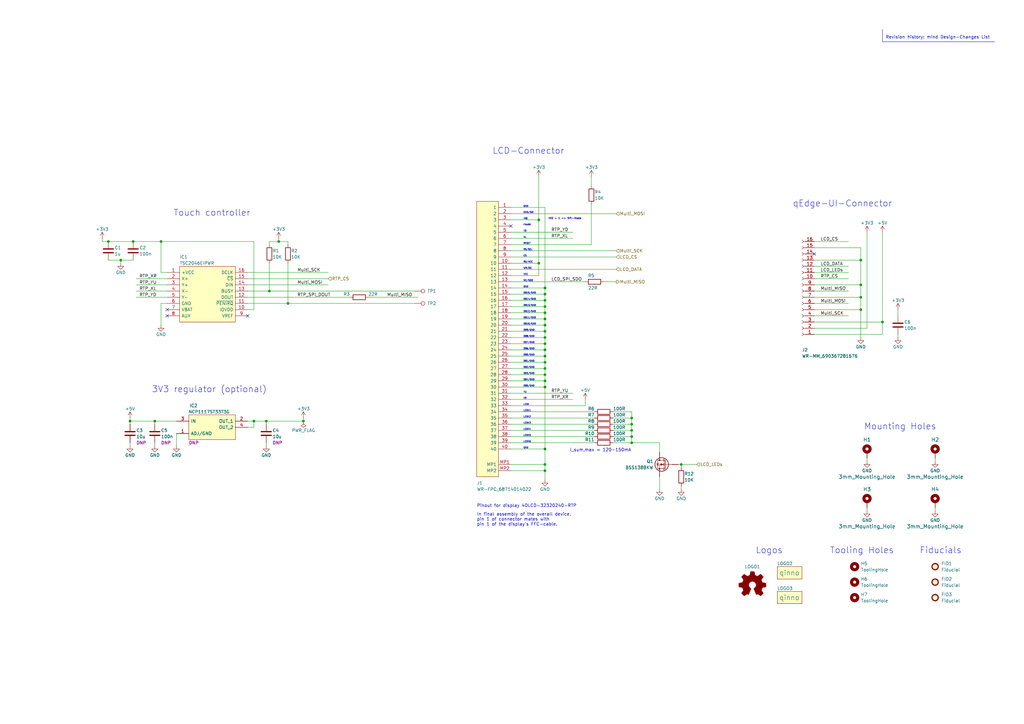
<source format=kicad_sch>
(kicad_sch (version 20211123) (generator eeschema)
  (paper "A3")
  (title_block (title "qEdge - LCD-Adapter") (date "08.12.2023") (rev "V1.0.0") (company "(C) 2023 qinno") (comment 1 "TZA") (comment 2 "03.02.2023") (comment 3 "CYA") (comment 4 "17.02.2023") (comment 5 "MSC") (comment 6 "-") (comment 7 "V1.0.0"))
  (lib_symbols
    (symbol "Connector:Conn_01x16_Female" (pin_names (offset 1.016) hide)
      (property "Reference" "J" (at 0 20.32 0))
      (property "Value" "Conn_01x16_Female" (at 0 -22.86 0))
      (symbol "Conn_01x16_Female_1_1"
        (arc (start 0 -19.812) (mid -0.508 -20.32) (end 0 -20.828) (stroke (width 0.1524)))
        (arc (start 0 -17.272) (mid -0.508 -17.78) (end 0 -18.288) (stroke (width 0.1524)))
        (arc (start 0 -14.732) (mid -0.508 -15.24) (end 0 -15.748) (stroke (width 0.1524)))
        (arc (start 0 -12.192) (mid -0.508 -12.7) (end 0 -13.208) (stroke (width 0.1524)))
        (arc (start 0 -9.652) (mid -0.508 -10.16) (end 0 -10.668) (stroke (width 0.1524)))
        (arc (start 0 -7.112) (mid -0.508 -7.62) (end 0 -8.128) (stroke (width 0.1524)))
        (arc (start 0 -4.572) (mid -0.508 -5.08) (end 0 -5.588) (stroke (width 0.1524)))
        (arc (start 0 -2.032) (mid -0.508 -2.54) (end 0 -3.048) (stroke (width 0.1524)))
        (polyline (pts (xy -1.27 -20.32) (xy -0.508 -20.32)) (stroke (width 0.1524)))
        (polyline (pts (xy -1.27 -17.78) (xy -0.508 -17.78)) (stroke (width 0.1524)))
        (polyline (pts (xy -1.27 -15.24) (xy -0.508 -15.24)) (stroke (width 0.1524)))
        (polyline (pts (xy -1.27 -12.7) (xy -0.508 -12.7)) (stroke (width 0.1524)))
        (polyline (pts (xy -1.27 -10.16) (xy -0.508 -10.16)) (stroke (width 0.1524)))
        (polyline (pts (xy -1.27 -7.62) (xy -0.508 -7.62)) (stroke (width 0.1524)))
        (polyline (pts (xy -1.27 -5.08) (xy -0.508 -5.08)) (stroke (width 0.1524)))
        (polyline (pts (xy -1.27 -2.54) (xy -0.508 -2.54)) (stroke (width 0.1524)))
        (polyline (pts (xy -1.27 0) (xy -0.508 0)) (stroke (width 0.1524)))
        (polyline (pts (xy -1.27 2.54) (xy -0.508 2.54)) (stroke (width 0.1524)))
        (polyline (pts (xy -1.27 5.08) (xy -0.508 5.08)) (stroke (width 0.1524)))
        (polyline (pts (xy -1.27 7.62) (xy -0.508 7.62)) (stroke (width 0.1524)))
        (polyline (pts (xy -1.27 10.16) (xy -0.508 10.16)) (stroke (width 0.1524)))
        (polyline (pts (xy -1.27 12.7) (xy -0.508 12.7)) (stroke (width 0.1524)))
        (polyline (pts (xy -1.27 15.24) (xy -0.508 15.24)) (stroke (width 0.1524)))
        (polyline (pts (xy -1.27 17.78) (xy -0.508 17.78)) (stroke (width 0.1524)))
        (arc (start 0 0.508) (mid -0.508 0) (end 0 -0.508) (stroke (width 0.1524)))
        (arc (start 0 3.048) (mid -0.508 2.54) (end 0 2.032) (stroke (width 0.1524)))
        (arc (start 0 5.588) (mid -0.508 5.08) (end 0 4.572) (stroke (width 0.1524)))
        (arc (start 0 8.128) (mid -0.508 7.62) (end 0 7.112) (stroke (width 0.1524)))
        (arc (start 0 10.668) (mid -0.508 10.16) (end 0 9.652) (stroke (width 0.1524)))
        (arc (start 0 13.208) (mid -0.508 12.7) (end 0 12.192) (stroke (width 0.1524)))
        (arc (start 0 15.748) (mid -0.508 15.24) (end 0 14.732) (stroke (width 0.1524)))
        (arc (start 0 18.288) (mid -0.508 17.78) (end 0 17.272) (stroke (width 0.1524)))
        (pin passive line (at -5.08 17.78 0) (length 3.81) (name "Pin_1") (number "1"))
        (pin passive line (at -5.08 -5.08 0) (length 3.81) (name "Pin_10") (number "10"))
        (pin passive line (at -5.08 -7.62 0) (length 3.81) (name "Pin_11") (number "11"))
        (pin passive line (at -5.08 -10.16 0) (length 3.81) (name "Pin_12") (number "12"))
        (pin passive line (at -5.08 -12.7 0) (length 3.81) (name "Pin_13") (number "13"))
        (pin passive line (at -5.08 -15.24 0) (length 3.81) (name "Pin_14") (number "14"))
        (pin passive line (at -5.08 -17.78 0) (length 3.81) (name "Pin_15") (number "15"))
        (pin passive line (at -5.08 -20.32 0) (length 3.81) (name "Pin_16") (number "16"))
        (pin passive line (at -5.08 15.24 0) (length 3.81) (name "Pin_2") (number "2"))
        (pin passive line (at -5.08 12.7 0) (length 3.81) (name "Pin_3") (number "3"))
        (pin passive line (at -5.08 10.16 0) (length 3.81) (name "Pin_4") (number "4"))
        (pin passive line (at -5.08 7.62 0) (length 3.81) (name "Pin_5") (number "5"))
        (pin passive line (at -5.08 5.08 0) (length 3.81) (name "Pin_6") (number "6"))
        (pin passive line (at -5.08 2.54 0) (length 3.81) (name "Pin_7") (number "7"))
        (pin passive line (at -5.08 0 0) (length 3.81) (name "Pin_8") (number "8"))
        (pin passive line (at -5.08 -2.54 0) (length 3.81) (name "Pin_9") (number "9"))
      )
    )
    (symbol "Connector:TestPoint" (pin_numbers hide) (pin_names (offset 0.762) hide)
      (property "Reference" "TP" (at 0 6.858 0))
      (property "Value" "TestPoint" (at 0 5.08 0))
      (symbol "TestPoint_0_1"
        (circle (center 0 3.302) (radius 0.762))
      )
      (symbol "TestPoint_1_1"
        (pin passive line (at 0 0 90) (length 2.54) (name "1") (number "1"))
      )
    )
    (symbol "Device:C" (pin_numbers hide) (pin_names (offset 0.254))
      (property "Reference" "C" (at 0.635 2.54 0))
      (property "Value" "C" (at 0.635 -2.54 0))
      (symbol "C_0_1"
        (polyline (pts (xy -2.032 -0.762) (xy 2.032 -0.762)) (stroke (width 0.508)))
        (polyline (pts (xy -2.032 0.762) (xy 2.032 0.762)) (stroke (width 0.508)))
      )
      (symbol "C_1_1"
        (pin passive line (at 0 3.81 270) (length 2.794) (name "~") (number "1"))
        (pin passive line (at 0 -3.81 90) (length 2.794) (name "~") (number "2"))
      )
    )
    (symbol "Device:R" (pin_numbers hide) (pin_names (offset 0))
      (property "Reference" "R" (at 2.032 0 90))
      (property "Value" "R" (at 0 0 90))
      (symbol "R_0_1"
        (rectangle (start -1.016 -2.54) (end 1.016 2.54) (stroke (width 0.254)))
      )
      (symbol "R_1_1"
        (pin passive line (at 0 3.81 270) (length 1.27) (name "~") (number "1"))
        (pin passive line (at 0 -3.81 90) (length 1.27) (name "~") (number "2"))
      )
    )
    (symbol "Graphic:Logo_Open_Hardware_Small" (pin_names (offset 1.016))
      (symbol "Logo_Open_Hardware_Small_0_1"
        (polyline (pts (xy 3.3528 -4.3434) (xy 3.302 -4.318) (xy 3.175 -4.2418) (xy 2.9972 -4.1148) (xy 2.7686 -3.9624) (xy 2.54 -3.81) (xy 2.3622 -3.7084) (xy 2.2352 -3.6068) (xy 2.1844 -3.5814) (xy 2.159 -3.6068) (xy 2.0574 -3.6576) (xy 1.905 -3.7338) (xy 1.8034 -3.7846) (xy 1.6764 -3.8354) (xy 1.6002 -3.8354) (xy 1.6002 -3.8354) (xy 1.5494 -3.7338) (xy 1.4732 -3.5306) (xy 1.3462 -3.302) (xy 1.2446 -3.0226) (xy 1.1176 -2.7178) (xy 0.9652 -2.413) (xy 0.8636 -2.1082) (xy 0.7366 -1.8288) (xy 0.6604 -1.6256) (xy 0.6096 -1.4732) (xy 0.5842 -1.397) (xy 0.5842 -1.397) (xy 0.6604 -1.3208) (xy 0.7874 -1.2446) (xy 1.0414 -1.016) (xy 1.2954 -0.6858) (xy 1.4478 -0.3302) (xy 1.524 0.0762) (xy 1.4732 0.4572) (xy 1.3208 0.8128) (xy 1.0668 1.143) (xy 0.762 1.3716) (xy 0.4064 1.524) (xy 0 1.5748) (xy -0.381 1.5494) (xy -0.7366 1.397) (xy -1.0668 1.143) (xy -1.2192 0.9906) (xy -1.397 0.6604) (xy -1.524 0.3048) (xy -1.524 0.2286) (xy -1.4986 -0.1778) (xy -1.397 -0.5334) (xy -1.1938 -0.8636) (xy -0.9144 -1.143) (xy -0.8636 -1.1684) (xy -0.7366 -1.27) (xy -0.635 -1.3462) (xy -0.5842 -1.397) (xy -1.0668 -2.5908) (xy -1.143 -2.794) (xy -1.2954 -3.1242) (xy -1.397 -3.4036) (xy -1.4986 -3.6322) (xy -1.5748 -3.7846) (xy -1.6002 -3.8354) (xy -1.6002 -3.8354) (xy -1.651 -3.8354) (xy -1.7272 -3.81) (xy -1.905 -3.7338) (xy -2.0066 -3.683) (xy -2.1336 -3.6068) (xy -2.2098 -3.5814) (xy -2.2606 -3.6068) (xy -2.3622 -3.683) (xy -2.54 -3.81) (xy -2.7686 -3.9624) (xy -2.9718 -4.0894) (xy -3.1496 -4.2164) (xy -3.302 -4.318) (xy -3.3528 -4.3434) (xy -3.3782 -4.3434) (xy -3.429 -4.318) (xy -3.5306 -4.2164) (xy -3.7084 -4.064) (xy -3.937 -3.8354) (xy -3.9624 -3.81) (xy -4.1656 -3.6068) (xy -4.318 -3.4544) (xy -4.4196 -3.3274) (xy -4.445 -3.2766) (xy -4.445 -3.2766) (xy -4.4196 -3.2258) (xy -4.318 -3.0734) (xy -4.2164 -2.8956) (xy -4.064 -2.667) (xy -3.6576 -2.0828) (xy -3.8862 -1.5494) (xy -3.937 -1.3716) (xy -4.0386 -1.1684) (xy -4.0894 -1.0414) (xy -4.1148 -0.9652) (xy -4.191 -0.9398) (xy -4.318 -0.9144) (xy -4.5466 -0.8636) (xy -4.8006 -0.8128) (xy -5.0546 -0.7874) (xy -5.2578 -0.7366) (xy -5.4356 -0.7112) (xy -5.5118 -0.6858) (xy -5.5118 -0.6858) (xy -5.5372 -0.635) (xy -5.5372 -0.5588) (xy -5.5372 -0.4318) (xy -5.5626 -0.2286) (xy -5.5626 0.0762) (xy -5.5626 0.127) (xy -5.5372 0.4064) (xy -5.5372 0.635) (xy -5.5372 0.762) (xy -5.5372 0.8382) (xy -5.5372 0.8382) (xy -5.461 0.8382) (xy -5.3086 0.889) (xy -5.08 0.9144) (xy -4.826 0.9652) (xy -4.8006 0.9906) (xy -4.5466 1.0414) (xy -4.318 1.0668) (xy -4.1656 1.1176) (xy -4.0894 1.143) (xy -4.0894 1.143) (xy -4.0386 1.2446) (xy -3.9624 1.4224) (xy -3.8608 1.6256) (xy -3.7846 1.8288) (xy -3.7084 2.0066) (xy -3.6576 2.159) (xy -3.6322 2.2098) (xy -3.6322 2.2098) (xy -3.683 2.286) (xy -3.7592 2.413) (xy -3.8862 2.5908) (xy -4.064 2.8194) (xy -4.064 2.8448) (xy -4.2164 3.0734) (xy -4.3434 3.2512) (xy -4.4196 3.3782) (xy -4.445 3.4544) (xy -4.445 3.4544) (xy -4.3942 3.5052) (xy -4.2926 3.6322) (xy -4.1148 3.81) (xy -3.937 4.0132) (xy -3.8608 4.064) (xy -3.6576 4.2926) (xy -3.5052 4.4196) (xy -3.4036 4.4958) (xy -3.3528 4.5212) (xy -3.3528 4.5212) (xy -3.302 4.4704) (xy -3.1496 4.3688) (xy -2.9718 4.2418) (xy -2.7432 4.0894) (xy -2.7178 4.0894) (xy -2.4892 3.937) (xy -2.3114 3.81) (xy -2.1844 3.7084) (xy -2.1336 3.683) (xy -2.1082 3.683) (xy -2.032 3.7084) (xy -1.8542 3.7592) (xy -1.6764 3.8354) (xy -1.4732 3.937) (xy -1.27 4.0132) (xy -1.143 4.064) (xy -1.0668 4.1148) (xy -1.0668 4.1148) (xy -1.0414 4.191) (xy -1.016 4.3434) (xy -0.9652 4.572) (xy -0.9144 4.8514) (xy -0.889 4.9022) (xy -0.8382 5.1562) (xy -0.8128 5.3848) (xy -0.7874 5.5372) (xy -0.762 5.588) (xy -0.7112 5.6134) (xy -0.5842 5.6134) (xy -0.4064 5.6134) (xy -0.1524 5.6134) (xy 0.0762 5.6134) (xy 0.3302 5.6134) (xy 0.5334 5.6134) (xy 0.6858 5.588) (xy 0.7366 5.588) (xy 0.7366 5.588) (xy 0.762 5.5118) (xy 0.8128 5.334) (xy 0.8382 5.1054) (xy 0.9144 4.826) (xy 0.9144 4.7752) (xy 0.9652 4.5212) (xy 1.016 4.2926) (xy 1.0414 4.1402) (xy 1.0668 4.0894) (xy 1.0668 4.0894) (xy 1.1938 4.0386) (xy 1.3716 3.9624) (xy 1.5748 3.8608) (xy 2.0828 3.6576) (xy 2.7178 4.0894) (xy 2.7686 4.1402) (xy 2.9972 4.2926) (xy 3.175 4.4196) (xy 3.302 4.4958) (xy 3.3782 4.5212) (xy 3.3782 4.5212) (xy 3.429 4.4704) (xy 3.556 4.3434) (xy 3.7338 4.191) (xy 3.9116 3.9878) (xy 4.064 3.8354) (xy 4.2418 3.6576) (xy 4.3434 3.556) (xy 4.4196 3.4798) (xy 4.4196 3.429) (xy 4.4196 3.4036) (xy 4.3942 3.3274) (xy 4.2926 3.2004) (xy 4.1656 2.9972) (xy 4.0132 2.794) (xy 3.8862 2.5908) (xy 3.7592 2.3876) (xy 3.6576 2.2352) (xy 3.6322 2.159) (xy 3.6322 2.1336) (xy 3.683 2.0066) (xy 3.7592 1.8288) (xy 3.8608 1.6002) (xy 4.064 1.1176) (xy 4.3942 1.0414) (xy 4.5974 1.016) (xy 4.8768 0.9652) (xy 5.1308 0.9144) (xy 5.5372 0.8382) (xy 5.5626 -0.6604) (xy 5.4864 -0.6858) (xy 5.4356 -0.6858) (xy 5.2832 -0.7366) (xy 5.0546 -0.762) (xy 4.8006 -0.8128) (xy 4.5974 -0.8636) (xy 4.3688 -0.9144) (xy 4.2164 -0.9398) (xy 4.1402 -0.9398) (xy 4.1148 -0.9652) (xy 4.064 -1.0668) (xy 3.9878 -1.2446) (xy 3.9116 -1.4478) (xy 3.81 -1.651) (xy 3.7338 -1.8542) (xy 3.683 -2.0066) (xy 3.6576 -2.0828) (xy 3.683 -2.1336) (xy 3.7846 -2.2606) (xy 3.8862 -2.4638) (xy 4.0386 -2.667) (xy 4.191 -2.8956) (xy 4.318 -3.0734) (xy 4.3942 -3.2004) (xy 4.445 -3.2766) (xy 4.4196 -3.3274) (xy 4.3434 -3.429) (xy 4.1656 -3.5814) (xy 3.937 -3.8354) (xy 3.8862 -3.8608) (xy 3.683 -4.064) (xy 3.5306 -4.2164) (xy 3.4036 -4.318) (xy 3.3528 -4.3434)) (fill (type outline)))
      )
    )
    (symbol "Mechanical:Fiducial"
      (property "Reference" "FID" (at 0 5.08 0))
      (property "Value" "Fiducial" (at 0 3.175 0))
      (symbol "Fiducial_0_1"
        (circle (center 0 0) (radius 1.27) (stroke (width 0.508)) (fill (type background)))
      )
    )
    (symbol "Mechanical:MountingHole" (pin_names (offset 1.016))
      (property "Reference" "H" (at 0 5.08 0))
      (property "Value" "MountingHole" (at 0 3.175 0))
      (symbol "MountingHole_0_1"
        (circle (center 0 0) (radius 1.27) (stroke (width 1.27)))
      )
    )
    (symbol "Mechanical:MountingHole_Pad" (pin_numbers hide) (pin_names (offset 1.016) hide)
      (property "Reference" "H" (at 0 6.35 0))
      (property "Value" "MountingHole_Pad" (at 0 4.445 0))
      (symbol "MountingHole_Pad_0_1"
        (circle (center 0 1.27) (radius 1.27) (stroke (width 1.27)))
      )
      (symbol "MountingHole_Pad_1_1"
        (pin input line (at 0 -2.54 90) (length 2.54) (name "1") (number "1"))
      )
    )
    (symbol "power:+3V3" (power) (pin_names (offset 0))
      (property "Value" "+3V3" (at 0 3.556 0))
      (symbol "+3V3_0_1"
        (polyline (pts (xy -0.762 1.27) (xy 0 2.54)))
        (polyline (pts (xy 0 0) (xy 0 2.54)))
        (polyline (pts (xy 0 2.54) (xy 0.762 1.27)))
      )
      (symbol "+3V3_1_1"
        (pin power_in line (at 0 0 90) (length 0) hide (name "+3V3") (number "1"))
      )
    )
    (symbol "power:+5V" (power) (pin_names (offset 0))
      (property "Value" "+5V" (at 0 3.556 0))
      (symbol "+5V_0_1"
        (polyline (pts (xy -0.762 1.27) (xy 0 2.54)))
        (polyline (pts (xy 0 0) (xy 0 2.54)))
        (polyline (pts (xy 0 2.54) (xy 0.762 1.27)))
      )
      (symbol "+5V_1_1"
        (pin power_in line (at 0 0 90) (length 0) hide (name "+5V") (number "1"))
      )
    )
    (symbol "power:GND" (power) (pin_names (offset 0))
      (property "Value" "GND" (at 0 -3.81 0))
      (symbol "GND_0_1"
        (polyline (pts (xy 0 0) (xy 0 -1.27) (xy 1.27 -1.27) (xy 0 -2.54) (xy -1.27 -1.27) (xy 0 -1.27)))
      )
      (symbol "GND_1_1"
        (pin power_in line (at 0 0 270) (length 0) hide (name "GND") (number "1"))
      )
    )
    (symbol "power:PWR_FLAG" (power) (pin_numbers hide) (pin_names (offset 0) hide)
      (property "Value" "PWR_FLAG" (at 0 3.81 0))
      (symbol "PWR_FLAG_0_0"
        (pin power_out line (at 0 0 90) (length 0) (name "pwr") (number "1"))
      )
      (symbol "PWR_FLAG_0_1"
        (polyline (pts (xy 0 0) (xy 0 1.27) (xy -1.016 1.905) (xy 0 2.54) (xy 1.016 1.905) (xy 0 1.27)))
      )
    )
    (symbol "qEdge-LCD:BSS138BKW" (pin_numbers hide) (pin_names hide)
      (property "Reference" "Q" (at 2.54 1.905 0))
      (property "Value" "BSS138BKW" (at 2.54 0 0))
      (symbol "BSS138BKW_0_1"
        (circle (center -0.889 0) (radius 2.794) (stroke (width 0.254)))
        (circle (center 0 -1.778) (radius 0.254) (fill (type outline)))
        (polyline (pts (xy -2.286 0) (xy -5.08 0)))
        (polyline (pts (xy -2.286 1.905) (xy -2.286 -1.905)) (stroke (width 0.254)))
        (polyline (pts (xy -1.778 -1.27) (xy -1.778 -2.286)) (stroke (width 0.254)))
        (polyline (pts (xy -1.778 0.508) (xy -1.778 -0.508)) (stroke (width 0.254)))
        (polyline (pts (xy -1.778 2.286) (xy -1.778 1.27)) (stroke (width 0.254)))
        (polyline (pts (xy 0 2.54) (xy 0 1.778)))
        (polyline (pts (xy 0 -2.54) (xy 0 0) (xy -1.778 0)))
        (polyline (pts (xy -1.778 -1.778) (xy 0.762 -1.778) (xy 0.762 1.778) (xy -1.778 1.778)))
        (polyline (pts (xy -1.524 0) (xy -0.508 0.381) (xy -0.508 -0.381) (xy -1.524 0)) (fill (type outline)))
        (polyline (pts (xy 0.254 0.508) (xy 0.381 0.381) (xy 1.143 0.381) (xy 1.27 0.254)))
        (polyline (pts (xy 0.762 0.381) (xy 0.381 -0.254) (xy 1.143 -0.254) (xy 0.762 0.381)))
        (circle (center 0 1.778) (radius 0.254) (fill (type outline)))
      )
      (symbol "BSS138BKW_1_1"
        (pin input line (at -7.62 0 0) (length 2.54) (name "G") (number "1"))
        (pin passive line (at 0 -5.08 90) (length 2.54) (name "S") (number "2"))
        (pin passive line (at 0 5.08 270) (length 2.54) (name "D") (number "3"))
      )
    )
    (symbol "qEdge-LCD:NCP1117ST33T3G" (pin_names (offset 0.762))
      (property "Reference" "IC" (at 5.08 -8.89 0))
      (property "Value" "NCP1117ST33T3G" (at 5.08 -11.43 0))
      (symbol "NCP1117ST33T3G_0_0"
        (pin passive line (at 0 -5.08 0) (length 5.08) (name "ADJ/GND") (number "1"))
        (pin passive line (at 29.21 0 180) (length 5.08) (name "OUT_1") (number "2"))
        (pin passive line (at 0 0 0) (length 5.08) (name "IN") (number "3"))
        (pin passive line (at 29.21 -2.54 180) (length 5.08) (name "OUT_2") (number "4"))
      )
      (symbol "NCP1117ST33T3G_0_1"
        (polyline (pts (xy 5.08 2.54) (xy 24.13 2.54) (xy 24.13 -7.62) (xy 5.08 -7.62) (xy 5.08 2.54)) (stroke (width 0.1524)) (fill (type background)))
      )
    )
    (symbol "qEdge-LCD:TSC2046EIPWR" (pin_names (offset 0.762))
      (property "Reference" "IC" (at 5.08 -22.225 0))
      (property "Value" "TSC2046EIPWR" (at 5.08 -24.765 0))
      (symbol "TSC2046EIPWR_0_0"
        (pin passive line (at 0 0 0) (length 5.08) (name "+VCC") (number "1"))
        (pin passive line (at 33.02 -15.24 180) (length 5.08) (name "IOVDD") (number "10"))
        (pin passive line (at 33.02 -12.7 180) (length 5.08) (name "~{PENIRQ}") (number "11"))
        (pin passive line (at 33.02 -10.16 180) (length 5.08) (name "DOUT") (number "12"))
        (pin passive line (at 33.02 -7.62 180) (length 5.08) (name "BUSY") (number "13"))
        (pin passive line (at 33.02 -5.08 180) (length 5.08) (name "DIN") (number "14"))
        (pin passive line (at 33.02 -2.54 180) (length 5.08) (name "~{CS}") (number "15"))
        (pin passive line (at 33.02 0 180) (length 5.08) (name "DCLK") (number "16"))
        (pin passive line (at 0 -2.54 0) (length 5.08) (name "X+") (number "2"))
        (pin passive line (at 0 -5.08 0) (length 5.08) (name "Y+") (number "3"))
        (pin passive line (at 0 -7.62 0) (length 5.08) (name "X-") (number "4"))
        (pin passive line (at 0 -10.16 0) (length 5.08) (name "Y-") (number "5"))
        (pin passive line (at 0 -12.7 0) (length 5.08) (name "GND") (number "6"))
        (pin passive line (at 0 -15.24 0) (length 5.08) (name "VBAT") (number "7"))
        (pin passive line (at 0 -17.78 0) (length 5.08) (name "AUX") (number "8"))
        (pin passive line (at 33.02 -17.78 180) (length 5.08) (name "VREF") (number "9"))
      )
      (symbol "TSC2046EIPWR_0_1"
        (polyline (pts (xy 5.08 2.54) (xy 27.94 2.54) (xy 27.94 -20.32) (xy 5.08 -20.32) (xy 5.08 2.54)) (stroke (width 0.1524)) (fill (type background)))
      )
    )
    (symbol "qEdge-LCD:WR-FPC_68714014022" (pin_names (offset 0.762))
      (property "Reference" "J" (at 5.08 -113.03 0))
      (property "Value" "WR-FPC_68714014022" (at 13.97 -115.57 0))
      (symbol "WR-FPC_68714014022_0_0"
        (pin passive line (at 13.97 0 180) (length 5.08) (name "1") (number "1"))
        (pin passive line (at 13.97 -22.86 180) (length 5.08) (name "10") (number "10"))
        (pin passive line (at 13.97 -25.4 180) (length 5.08) (name "11") (number "11"))
        (pin passive line (at 13.97 -27.94 180) (length 5.08) (name "12") (number "12"))
        (pin passive line (at 13.97 -30.48 180) (length 5.08) (name "13") (number "13"))
        (pin passive line (at 13.97 -33.02 180) (length 5.08) (name "14") (number "14"))
        (pin passive line (at 13.97 -35.56 180) (length 5.08) (name "15") (number "15"))
        (pin passive line (at 13.97 -38.1 180) (length 5.08) (name "16") (number "16"))
        (pin passive line (at 13.97 -40.64 180) (length 5.08) (name "17") (number "17"))
        (pin passive line (at 13.97 -43.18 180) (length 5.08) (name "18") (number "18"))
        (pin passive line (at 13.97 -45.72 180) (length 5.08) (name "19") (number "19"))
        (pin passive line (at 13.97 -2.54 180) (length 5.08) (name "2") (number "2"))
        (pin passive line (at 13.97 -48.26 180) (length 5.08) (name "20") (number "20"))
        (pin passive line (at 13.97 -50.8 180) (length 5.08) (name "21") (number "21"))
        (pin passive line (at 13.97 -53.34 180) (length 5.08) (name "22") (number "22"))
        (pin passive line (at 13.97 -55.88 180) (length 5.08) (name "23") (number "23"))
        (pin passive line (at 13.97 -58.42 180) (length 5.08) (name "24") (number "24"))
        (pin passive line (at 13.97 -60.96 180) (length 5.08) (name "25") (number "25"))
        (pin passive line (at 13.97 -63.5 180) (length 5.08) (name "26") (number "26"))
        (pin passive line (at 13.97 -66.04 180) (length 5.08) (name "27") (number "27"))
        (pin passive line (at 13.97 -68.58 180) (length 5.08) (name "28") (number "28"))
        (pin passive line (at 13.97 -71.12 180) (length 5.08) (name "29") (number "29"))
        (pin passive line (at 13.97 -5.08 180) (length 5.08) (name "3") (number "3"))
        (pin passive line (at 13.97 -73.66 180) (length 5.08) (name "30") (number "30"))
        (pin passive line (at 13.97 -76.2 180) (length 5.08) (name "31") (number "31"))
        (pin passive line (at 13.97 -78.74 180) (length 5.08) (name "32") (number "32"))
        (pin passive line (at 13.97 -81.28 180) (length 5.08) (name "33") (number "33"))
        (pin passive line (at 13.97 -83.82 180) (length 5.08) (name "34") (number "34"))
        (pin passive line (at 13.97 -86.36 180) (length 5.08) (name "35") (number "35"))
        (pin passive line (at 13.97 -88.9 180) (length 5.08) (name "36") (number "36"))
        (pin passive line (at 13.97 -91.44 180) (length 5.08) (name "37") (number "37"))
        (pin passive line (at 13.97 -93.98 180) (length 5.08) (name "38") (number "38"))
        (pin passive line (at 13.97 -96.52 180) (length 5.08) (name "39") (number "39"))
        (pin passive line (at 13.97 -7.62 180) (length 5.08) (name "4") (number "4"))
        (pin passive line (at 13.97 -99.06 180) (length 5.08) (name "40") (number "40"))
        (pin passive line (at 13.97 -10.16 180) (length 5.08) (name "5") (number "5"))
        (pin passive line (at 13.97 -12.7 180) (length 5.08) (name "6") (number "6"))
        (pin passive line (at 13.97 -15.24 180) (length 5.08) (name "7") (number "7"))
        (pin passive line (at 13.97 -17.78 180) (length 5.08) (name "8") (number "8"))
        (pin passive line (at 13.97 -20.32 180) (length 5.08) (name "9") (number "9"))
        (pin passive line (at 13.97 -105.41 180) (length 5.08) (name "MP1") (number "MP1"))
        (pin passive line (at 13.97 -107.95 180) (length 5.08) (name "MP2") (number "MP2"))
      )
      (symbol "WR-FPC_68714014022_0_1"
        (polyline (pts (xy 0 2.54) (xy 8.89 2.54) (xy 8.89 -110.49) (xy 0 -110.49) (xy 0 2.54)) (stroke (width 0.1524)) (fill (type background)))
      )
    )
    (symbol "qEdge-LCD:qinno" (pin_numbers hide) (pin_names (offset 0) hide) (in_bom no)
      (property "Reference" "Logo" (at 0 3.81 0))
      (property "Value" "qinno" (at 0 0 0))
      (symbol "qinno_0_1"
        (rectangle (start -5.08 2.54) (end 5.08 -2.54) (fill (type background)))
      )
    )
  )
  (junction (at 223.52 156.21))
  (junction (at 223.52 128.27))
  (junction (at 223.52 120.65))
  (junction (at 259.08 173.99))
  (junction (at 223.52 190.5))
  (junction (at 104.14 172.72))
  (junction (at 353.06 121.92))
  (junction (at 223.52 140.97))
  (junction (at 259.08 176.53))
  (junction (at 223.52 184.15))
  (junction (at 353.06 127))
  (junction (at 361.95 132.08))
  (junction (at 118.11 124.46))
  (junction (at 44.45 99.06))
  (junction (at 223.52 125.73))
  (junction (at 223.52 143.51))
  (junction (at 124.46 172.72))
  (junction (at 223.52 193.04))
  (junction (at 279.4 190.5))
  (junction (at 53.34 172.72))
  (junction (at 110.49 119.38))
  (junction (at 223.52 123.19))
  (junction (at 114.3 99.06))
  (junction (at 223.52 151.13))
  (junction (at 220.98 107.95))
  (junction (at 223.52 118.11))
  (junction (at 259.08 179.07))
  (junction (at 223.52 148.59))
  (junction (at 223.52 130.81))
  (junction (at 223.52 158.75))
  (junction (at 49.53 106.68))
  (junction (at 109.22 172.72))
  (junction (at 223.52 138.43))
  (junction (at 353.06 116.84))
  (junction (at 220.98 90.17))
  (junction (at 259.08 181.61))
  (junction (at 63.5 172.72))
  (junction (at 54.61 99.06))
  (junction (at 66.04 99.06))
  (junction (at 259.08 171.45))
  (junction (at 223.52 146.05))
  (junction (at 353.06 106.68))
  (junction (at 223.52 153.67))
  (junction (at 223.52 133.35))
  (junction (at 223.52 135.89))
  (no_connect (at 68.58 129.54))
  (no_connect (at 68.58 127))
  (no_connect (at 334.01 104.14))
  (no_connect (at 101.6 129.54))
  (no_connect (at 209.55 92.71))
  (wire (pts (xy 259.08 168.91) (xy 259.08 171.45)))
  (wire (pts (xy 334.01 129.54) (xy 347.98 129.54)))
  (wire (pts (xy 355.6 189.23) (xy 355.6 187.96)))
  (wire (pts (xy 109.22 181.61) (xy 109.22 182.88)))
  (wire (pts (xy 101.6 114.3) (xy 134.62 114.3)))
  (wire (pts (xy 223.52 123.19) (xy 223.52 125.73)))
  (wire (pts (xy 66.04 111.76) (xy 66.04 99.06)))
  (wire (pts (xy 259.08 181.61) (xy 270.51 181.61)))
  (wire (pts (xy 209.55 102.87) (xy 252.73 102.87)))
  (wire (pts (xy 353.06 121.92) (xy 353.06 127)))
  (wire (pts (xy 109.22 172.72) (xy 124.46 172.72)))
  (polyline (pts (xy 407.924 17.145) (xy 361.95 17.145)) (stroke (width 0) (type solid)))
  (wire (pts (xy 334.01 137.16) (xy 361.95 137.16)))
  (wire (pts (xy 223.52 120.65) (xy 223.52 123.19)))
  (wire (pts (xy 334.01 116.84) (xy 353.06 116.84)))
  (wire (pts (xy 223.52 133.35) (xy 223.52 135.89)))
  (wire (pts (xy 223.52 184.15) (xy 223.52 190.5)))
  (wire (pts (xy 66.04 111.76) (xy 68.58 111.76)))
  (wire (pts (xy 209.55 110.49) (xy 252.73 110.49)))
  (wire (pts (xy 209.55 123.19) (xy 223.52 123.19)))
  (wire (pts (xy 353.06 101.6) (xy 353.06 106.68)))
  (wire (pts (xy 101.6 116.84) (xy 134.62 116.84)))
  (wire (pts (xy 223.52 118.11) (xy 223.52 120.65)))
  (wire (pts (xy 63.5 181.61) (xy 63.5 182.88)))
  (wire (pts (xy 383.54 209.55) (xy 383.54 208.28)))
  (wire (pts (xy 223.52 193.04) (xy 223.52 196.85)))
  (wire (pts (xy 270.51 181.61) (xy 270.51 185.42)))
  (wire (pts (xy 209.55 90.17) (xy 220.98 90.17)))
  (wire (pts (xy 355.6 95.25) (xy 355.6 134.62)))
  (wire (pts (xy 209.55 115.57) (xy 240.03 115.57)))
  (wire (pts (xy 353.06 127) (xy 353.06 138.43)))
  (wire (pts (xy 209.55 133.35) (xy 223.52 133.35)))
  (wire (pts (xy 209.55 153.67) (xy 223.52 153.67)))
  (wire (pts (xy 334.01 111.76) (xy 347.98 111.76)))
  (wire (pts (xy 41.91 97.79) (xy 41.91 99.06)))
  (wire (pts (xy 259.08 173.99) (xy 259.08 176.53)))
  (wire (pts (xy 251.46 181.61) (xy 259.08 181.61)))
  (wire (pts (xy 118.11 107.95) (xy 118.11 124.46)))
  (wire (pts (xy 242.57 72.39) (xy 242.57 76.2)))
  (wire (pts (xy 334.01 109.22) (xy 347.98 109.22)))
  (wire (pts (xy 223.52 85.09) (xy 223.52 118.11)))
  (wire (pts (xy 220.98 107.95) (xy 220.98 113.03)))
  (wire (pts (xy 334.01 119.38) (xy 347.98 119.38)))
  (wire (pts (xy 223.52 148.59) (xy 223.52 151.13)))
  (wire (pts (xy 334.01 132.08) (xy 361.95 132.08)))
  (wire (pts (xy 110.49 119.38) (xy 110.49 107.95)))
  (wire (pts (xy 251.46 171.45) (xy 259.08 171.45)))
  (wire (pts (xy 68.58 124.46) (xy 66.04 124.46)))
  (wire (pts (xy 104.14 99.06) (xy 66.04 99.06)))
  (wire (pts (xy 209.55 100.33) (xy 242.57 100.33)))
  (wire (pts (xy 53.34 182.88) (xy 53.34 181.61)))
  (wire (pts (xy 353.06 116.84) (xy 353.06 121.92)))
  (wire (pts (xy 223.52 156.21) (xy 223.52 158.75)))
  (wire (pts (xy 383.54 189.23) (xy 383.54 187.96)))
  (wire (pts (xy 270.51 195.58) (xy 270.51 200.66)))
  (wire (pts (xy 334.01 114.3) (xy 347.98 114.3)))
  (wire (pts (xy 334.01 124.46) (xy 347.98 124.46)))
  (wire (pts (xy 101.6 172.72) (xy 104.14 172.72)))
  (wire (pts (xy 209.55 156.21) (xy 223.52 156.21)))
  (wire (pts (xy 259.08 179.07) (xy 259.08 181.61)))
  (wire (pts (xy 104.14 127) (xy 104.14 99.06)))
  (wire (pts (xy 209.55 168.91) (xy 243.84 168.91)))
  (wire (pts (xy 66.04 99.06) (xy 54.61 99.06)))
  (wire (pts (xy 209.55 146.05) (xy 223.52 146.05)))
  (wire (pts (xy 361.95 132.08) (xy 361.95 137.16)))
  (wire (pts (xy 49.53 106.68) (xy 44.45 106.68)))
  (wire (pts (xy 55.88 121.92) (xy 68.58 121.92)))
  (wire (pts (xy 209.55 166.37) (xy 240.03 166.37)))
  (wire (pts (xy 49.53 106.68) (xy 49.53 107.95)))
  (wire (pts (xy 209.55 130.81) (xy 223.52 130.81)))
  (wire (pts (xy 53.34 172.72) (xy 63.5 172.72)))
  (wire (pts (xy 251.46 179.07) (xy 259.08 179.07)))
  (wire (pts (xy 101.6 119.38) (xy 110.49 119.38)))
  (wire (pts (xy 251.46 176.53) (xy 259.08 176.53)))
  (wire (pts (xy 55.88 116.84) (xy 68.58 116.84)))
  (wire (pts (xy 279.4 190.5) (xy 285.75 190.5)))
  (wire (pts (xy 209.55 158.75) (xy 223.52 158.75)))
  (wire (pts (xy 209.55 118.11) (xy 223.52 118.11)))
  (wire (pts (xy 209.55 85.09) (xy 223.52 85.09)))
  (wire (pts (xy 55.88 119.38) (xy 68.58 119.38)))
  (wire (pts (xy 209.55 95.25) (xy 234.95 95.25)))
  (wire (pts (xy 223.52 143.51) (xy 223.52 146.05)))
  (wire (pts (xy 259.08 171.45) (xy 259.08 173.99)))
  (wire (pts (xy 124.46 171.45) (xy 124.46 172.72)))
  (wire (pts (xy 251.46 168.91) (xy 259.08 168.91)))
  (wire (pts (xy 334.01 99.06) (xy 347.98 99.06)))
  (wire (pts (xy 220.98 90.17) (xy 220.98 107.95)))
  (wire (pts (xy 104.14 172.72) (xy 109.22 172.72)))
  (wire (pts (xy 209.55 190.5) (xy 223.52 190.5)))
  (wire (pts (xy 209.55 138.43) (xy 223.52 138.43)))
  (wire (pts (xy 53.34 172.72) (xy 53.34 171.45)))
  (wire (pts (xy 334.01 101.6) (xy 353.06 101.6)))
  (wire (pts (xy 209.55 151.13) (xy 223.52 151.13)))
  (wire (pts (xy 334.01 127) (xy 353.06 127)))
  (wire (pts (xy 334.01 134.62) (xy 355.6 134.62)))
  (wire (pts (xy 44.45 99.06) (xy 54.61 99.06)))
  (wire (pts (xy 209.55 179.07) (xy 243.84 179.07)))
  (wire (pts (xy 279.4 191.77) (xy 279.4 190.5)))
  (wire (pts (xy 209.55 128.27) (xy 223.52 128.27)))
  (wire (pts (xy 118.11 99.06) (xy 118.11 100.33)))
  (wire (pts (xy 240.03 163.83) (xy 240.03 166.37)))
  (wire (pts (xy 72.39 177.8) (xy 72.39 182.88)))
  (wire (pts (xy 104.14 172.72) (xy 104.14 175.26)))
  (wire (pts (xy 151.13 121.92) (xy 171.45 121.92)))
  (wire (pts (xy 223.52 128.27) (xy 223.52 130.81)))
  (wire (pts (xy 209.55 140.97) (xy 223.52 140.97)))
  (wire (pts (xy 223.52 151.13) (xy 223.52 153.67)))
  (wire (pts (xy 223.52 135.89) (xy 223.52 138.43)))
  (wire (pts (xy 259.08 176.53) (xy 259.08 179.07)))
  (wire (pts (xy 114.3 99.06) (xy 118.11 99.06)))
  (wire (pts (xy 353.06 106.68) (xy 353.06 116.84)))
  (wire (pts (xy 44.45 99.06) (xy 41.91 99.06)))
  (wire (pts (xy 209.55 173.99) (xy 243.84 173.99)))
  (wire (pts (xy 209.55 97.79) (xy 234.95 97.79)))
  (wire (pts (xy 209.55 120.65) (xy 223.52 120.65)))
  (wire (pts (xy 209.55 143.51) (xy 223.52 143.51)))
  (wire (pts (xy 110.49 119.38) (xy 170.18 119.38)))
  (wire (pts (xy 223.52 140.97) (xy 223.52 143.51)))
  (wire (pts (xy 209.55 113.03) (xy 220.98 113.03)))
  (wire (pts (xy 209.55 161.29) (xy 234.95 161.29)))
  (polyline (pts (xy 361.95 12.0502) (xy 361.95 17.145)) (stroke (width 0) (type solid)))
  (wire (pts (xy 209.55 184.15) (xy 223.52 184.15)))
  (wire (pts (xy 209.55 125.73) (xy 223.52 125.73)))
  (wire (pts (xy 209.55 171.45) (xy 243.84 171.45)))
  (wire (pts (xy 334.01 121.92) (xy 353.06 121.92)))
  (wire (pts (xy 251.46 173.99) (xy 259.08 173.99)))
  (wire (pts (xy 334.01 106.68) (xy 353.06 106.68)))
  (wire (pts (xy 63.5 172.72) (xy 63.5 173.99)))
  (wire (pts (xy 101.6 111.76) (xy 134.62 111.76)))
  (wire (pts (xy 110.49 100.33) (xy 110.49 99.06)))
  (wire (pts (xy 53.34 173.99) (xy 53.34 172.72)))
  (wire (pts (xy 49.53 106.68) (xy 54.61 106.68)))
  (wire (pts (xy 101.6 121.92) (xy 143.51 121.92)))
  (wire (pts (xy 63.5 172.72) (xy 72.39 172.72)))
  (wire (pts (xy 209.55 163.83) (xy 234.95 163.83)))
  (wire (pts (xy 368.3 129.54) (xy 368.3 127)))
  (wire (pts (xy 110.49 99.06) (xy 114.3 99.06)))
  (wire (pts (xy 66.04 124.46) (xy 66.04 133.35)))
  (wire (pts (xy 223.52 158.75) (xy 223.52 184.15)))
  (wire (pts (xy 223.52 138.43) (xy 223.52 140.97)))
  (wire (pts (xy 209.55 107.95) (xy 220.98 107.95)))
  (wire (pts (xy 118.11 124.46) (xy 170.18 124.46)))
  (wire (pts (xy 223.52 125.73) (xy 223.52 128.27)))
  (wire (pts (xy 220.98 72.39) (xy 220.98 90.17)))
  (wire (pts (xy 209.55 148.59) (xy 223.52 148.59)))
  (wire (pts (xy 209.55 135.89) (xy 223.52 135.89)))
  (wire (pts (xy 209.55 193.04) (xy 223.52 193.04)))
  (wire (pts (xy 223.52 146.05) (xy 223.52 148.59)))
  (wire (pts (xy 209.55 105.41) (xy 252.73 105.41)))
  (wire (pts (xy 101.6 175.26) (xy 104.14 175.26)))
  (wire (pts (xy 247.65 115.57) (xy 252.73 115.57)))
  (wire (pts (xy 55.88 114.3) (xy 68.58 114.3)))
  (wire (pts (xy 101.6 127) (xy 104.14 127)))
  (wire (pts (xy 209.55 181.61) (xy 243.84 181.61)))
  (wire (pts (xy 355.6 209.55) (xy 355.6 208.28)))
  (wire (pts (xy 109.22 172.72) (xy 109.22 173.99)))
  (wire (pts (xy 223.52 153.67) (xy 223.52 156.21)))
  (wire (pts (xy 209.55 176.53) (xy 243.84 176.53)))
  (wire (pts (xy 361.95 95.25) (xy 361.95 132.08)))
  (wire (pts (xy 368.3 138.43) (xy 368.3 137.16)))
  (wire (pts (xy 223.52 190.5) (xy 223.52 193.04)))
  (wire (pts (xy 279.4 200.66) (xy 279.4 199.39)))
  (wire (pts (xy 209.55 87.63) (xy 252.73 87.63)))
  (wire (pts (xy 242.57 83.82) (xy 242.57 100.33)))
  (wire (pts (xy 279.4 190.5) (xy 278.13 190.5)))
  (wire (pts (xy 223.52 130.81) (xy 223.52 133.35)))
  (wire (pts (xy 114.3 97.79) (xy 114.3 99.06)))
  (wire (pts (xy 101.6 124.46) (xy 118.11 124.46)))
  (text "LEDK3" (at 214.63 173.99 0) (effects (font (size 0.635 0.635)) (justify left bottom)))
  (text "GND" (at 214.63 118.11 0) (effects (font (size 0.635 0.635)) (justify left bottom)))
  (text "DB3/GND" (at 214.63 153.67 0) (effects (font (size 0.635 0.635)) (justify left bottom)))
  (text "DB9/GND" (at 214.63 135.89 0) (effects (font (size 0.635 0.635)) (justify left bottom)))
  (text "LEDK4" (at 214.63 176.53 0) (effects (font (size 0.635 0.635)) (justify left bottom)))
  (text "DB14/GND" (at 214.63 123.19 0) (effects (font (size 0.635 0.635)) (justify left bottom)))
  (text "LEDK2" (at 214.63 171.45 0) (effects (font (size 0.635 0.635)) (justify left bottom)))
  (text "DB5/GND" (at 214.63 158.75 0) (effects (font (size 0.635 0.635)) (justify left bottom)))
  (text "WR/DC" (at 214.63 110.49 0) (effects (font (size 0.635 0.635)) (justify left bottom)))
  (text "FMARK" (at 214.63 92.71 0) (effects (font (size 0.635 0.635)) (justify left bottom)))
  (text "Tooling Holes" (at 340.36 227.33 0) (effects (font (size 2.54 2.54)) (justify left bottom)))
  (text "YD" (at 214.63 95.25 0) (effects (font (size 0.635 0.635)) (justify left bottom)))
  (text "IM0" (at 214.63 90.17 0) (effects (font (size 0.635 0.635)) (justify left bottom)))
  (text "XL" (at 214.63 97.79 0) (effects (font (size 0.635 0.635)) (justify left bottom)))
  (text "LEDA" (at 214.63 166.37 0) (effects (font (size 0.635 0.635)) (justify left bottom)))
  (text "Pinout for display 4DLCD-32320240-RTP" (at 195.58 208.28 0) (effects (font (size 1.27 1.27)) (justify left bottom)))
  (text "RS/SCL" (at 214.63 102.87 0) (effects (font (size 0.635 0.635)) (justify left bottom)))
  (text "GND" (at 214.63 85.09 0) (effects (font (size 0.635 0.635)) (justify left bottom)))
  (text "DB1/GND" (at 214.63 148.59 0) (effects (font (size 0.635 0.635)) (justify left bottom)))
  (text "GND" (at 214.63 184.15 0) (effects (font (size 0.635 0.635)) (justify left bottom)))
  (text "LEDK5" (at 214.63 179.07 0) (effects (font (size 0.635 0.635)) (justify left bottom)))
  (text "RESET" (at 214.63 100.33 0) (effects (font (size 0.635 0.635)) (justify left bottom)))
  (text "XR" (at 214.63 163.83 0) (effects (font (size 0.635 0.635)) (justify left bottom)))
  (text "DB10/GND" (at 214.63 133.35 0) (effects (font (size 0.635 0.635)) (justify left bottom)))
  (text "RD/VCC" (at 214.63 107.95 0) (effects (font (size 0.635 0.635)) (justify left bottom)))
  (text "DB8/GND" (at 214.63 138.43 0) (effects (font (size 0.635 0.635)) (justify left bottom)))
  (text "NC/SDO" (at 214.63 115.57 0) (effects (font (size 0.635 0.635)) (justify left bottom)))
  (text "DB0/GND" (at 214.63 146.05 0) (effects (font (size 0.635 0.635)) (justify left bottom)))
  (text "YU" (at 214.63 161.29 0) (effects (font (size 0.635 0.635)) (justify left bottom)))
  (text "LEDK1" (at 214.63 168.91 0) (effects (font (size 0.635 0.635)) (justify left bottom)))
  (text "I_sum,max = 120-150mA" (at 233.68 185.42 0) (effects (font (size 1.27 1.27)) (justify left bottom)))
  (text "LEDK6" (at 214.63 181.61 0) (effects (font (size 0.635 0.635)) (justify left bottom)))
  (text "Logos" (at 309.88 227.33 0) (effects (font (size 2.54 2.54)) (justify left bottom)))
  (text "DB2/GND" (at 214.63 151.13 0) (effects (font (size 0.635 0.635)) (justify left bottom)))
  (text "DB11/GND" (at 214.63 130.81 0) (effects (font (size 0.635 0.635)) (justify left bottom)))
  (text "DB4/GND" (at 214.63 156.21 0) (effects (font (size 0.635 0.635)) (justify left bottom)))
  (text "qEdge-UI-Connector" (at 325.12 85.09 0) (effects (font (size 2.54 2.54)) (justify left bottom)))
  (text "DB7/GND" (at 214.63 140.97 0) (effects (font (size 0.635 0.635)) (justify left bottom)))
  (text "DB13/GND" (at 214.63 125.73 0) (effects (font (size 0.635 0.635)) (justify left bottom)))
  (text "LCD-Connector" (at 201.93 63.5 0) (effects (font (size 2.54 2.54)) (justify left bottom)))
  (text "DB15/GND" (at 214.63 120.65 0) (effects (font (size 0.635 0.635)) (justify left bottom)))
  (text "3V3 regulator (optional)" (at 62.23 161.29 0) (effects (font (size 2.54 2.54)) (justify left bottom)))
  (text "GND/SDI" (at 214.63 87.63 0) (effects (font (size 0.635 0.635)) (justify left bottom)))
  (text "Mounting Holes" (at 354.33 176.53 0) (effects (font (size 2.54 2.54)) (justify left bottom)))
  (text "Revision history: mind Design-Changes List" (at 363.22 16.129 0) (effects (font (size 1.27 1.27)) (justify left bottom)))
  (text "Touch controller" (at 71.12 88.9 0) (effects (font (size 2.54 2.54)) (justify left bottom)))
  (text "Fiducials" (at 377.19 227.33 0) (effects (font (size 2.54 2.54)) (justify left bottom)))
  (text "VCC" (at 214.63 113.03 0) (effects (font (size 0.635 0.635)) (justify left bottom)))
  (text "DB6/GND" (at 214.63 143.51 0) (effects (font (size 0.635 0.635)) (justify left bottom)))
  (text "In final assembly of the overall device,\npin 1 of connector mates with \npin 1 of the display's FFC-cable." (at 195.58 215.9 0) (effects (font (size 1.27 1.27)) (justify left bottom)))
  (text "DB12/GND" (at 214.63 128.27 0) (effects (font (size 0.635 0.635)) (justify left bottom)))
  (text "IM0 = 1 => SPI-Mode" (at 224.79 90.17 0) (effects (font (size 0.762 0.762)) (justify left bottom)))
  (text "CS" (at 214.63 105.41 0) (effects (font (size 0.635 0.635)) (justify left bottom)))
  (label "RTP_YU" (at 226.06 161.29 0))
  (label "RTP_YD" (at 57.15 121.92 0))
  (label "RTP_XL" (at 226.06 97.79 0))
  (label "RTP_XL" (at 57.15 119.38 0))
  (label "Multi_SCK" (at 336.55 129.54 0))
  (label "LCD_CS" (at 336.55 99.06 0))
  (label "Multi_SCK" (at 121.92 111.76 0))
  (label "RTP_XR" (at 226.06 163.83 0))
  (label "LCD_SPI_SDO" (at 226.06 115.57 0))
  (label "RTP_YD" (at 226.06 95.25 0))
  (label "Multi_MISO" (at 158.75 121.92 0))
  (label "RTP_CS" (at 336.55 114.3 0))
  (label "RTP_XR" (at 57.15 114.3 0))
  (label "Multi_MOSI" (at 121.92 116.84 0))
  (label "Multi_MISO" (at 336.55 119.38 0))
  (label "LCD_DATA" (at 336.55 109.22 0))
  (label "RTP_YU" (at 57.15 116.84 0))
  (label "LCD_LEDs" (at 336.55 111.76 0))
  (label "RTP_SPI_DOUT" (at 121.92 121.92 0))
  (label "Multi_MOSI" (at 336.55 124.46 0))
  (hierarchical_label "Multi_MOSI" (shape input) (at 252.73 87.63 0))
  (hierarchical_label "LCD_LEDs" (shape input) (at 285.75 190.5 0))
  (hierarchical_label "Multi_SCK" (shape input) (at 252.73 102.87 0))
  (hierarchical_label "Multi_MISO" (shape output) (at 252.73 115.57 0))
  (hierarchical_label "LCD_DATA" (shape input) (at 252.73 110.49 0))
  (hierarchical_label "LCD_CS" (shape input) (at 252.73 105.41 0))
  (hierarchical_label "RTP_CS" (shape input) (at 134.62 114.3 0))
  (symbol (lib_id "power:+3V3") (at 220.98 72.39 0) (unit 1)
    (property "Reference" "#PWR0107" (effects hide))
    (property "Value" "+3V3" (at 220.98 68.58 0))
  )
  (symbol (lib_id "Device:R") (at 118.11 104.14 0) (unit 1)
    (property "Reference" "R2" (at 119.38 102.87 0) (effects (justify left)))
    (property "Value" "10K" (at 119.38 105.41 0) (effects (justify left)))
    (property "Footprint" "Resistor_SMD:R_0603_1608Metric" (effects hide))
  )
  (symbol (lib_id "Device:C") (at 44.45 102.87 0) (unit 1)
    (property "Reference" "C1" (at 46.99 101.6 0) (effects (justify left)))
    (property "Value" "1u" (at 46.99 104.14 0) (effects (justify left)))
    (property "Footprint" "Capacitor_SMD:C_0603_1608Metric" (effects hide))
  )
  (symbol (lib_id "qEdge-LCD:TSC2046EIPWR") (at 68.58 111.76 0) (unit 1)
    (property "Reference" "IC1" (at 73.66 105.41 0) (effects (justify left)))
    (property "Value" "TSC2046EIPWR" (at 73.66 107.95 0) (effects (justify left)))
    (property "Footprint" "qEdge-LCD:SOP65P640X120-16N" (effects hide))
    (property "Manufacturer_Name" "Texas Instruments" (effects hide))
    (property "Manufacturer_Part_Number" "TSC2046EIPWR" (effects hide))
  )
  (symbol (lib_id "power:GND") (at 353.06 138.43 0) (unit 1)
    (property "Reference" "#PWR0105" (effects hide))
    (property "Value" "GND" (at 353.06 142.24 0))
  )
  (symbol (lib_id "power:GND") (at 383.54 209.55 0) (unit 1)
    (property "Reference" "#PWR0119" (effects hide))
    (property "Value" "GND" (at 383.54 213.36 0))
  )
  (symbol (lib_id "power:+3V3") (at 124.46 171.45 0) (mirror y) (unit 1)
    (property "Reference" "#PWR0113" (effects hide))
    (property "Value" "+3V3" (at 124.46 167.64 0))
  )
  (symbol (lib_id "Mechanical:MountingHole_Pad") (at 383.54 205.74 0) (unit 1) (in_bom no)
    (property "Reference" "H4" (at 383.54 200.66 0) (effects (font (size 1.524 1.524))))
    (property "Value" "3mm_Mounting_Hole" (at 383.54 215.9 0) (effects (font (size 1.524 1.524))))
    (property "Footprint" "MountingHole:MountingHole_3.2mm_M3_DIN965_Pad" (effects hide))
  )
  (symbol (lib_id "power:GND") (at 279.4 200.66 0) (unit 1)
    (property "Reference" "#PWR0104" (effects hide))
    (property "Value" "GND" (at 279.4 204.47 0))
  )
  (symbol (lib_id "qEdge-LCD:WR-FPC_68714014022") (at 195.58 85.09 0) (unit 1)
    (property "Reference" "J1" (at 195.58 198.12 0) (effects (justify left)))
    (property "Value" "WR-FPC_68714014022" (at 195.58 200.66 0) (effects (justify left)))
    (property "Footprint" "qEdge-LCD:Wuerth_WR-FPC_68714014022" (effects hide))
    (property "Manufacturer_Name" "Wuerth" (effects hide))
    (property "Manufacturer_Part_Number" "68714014022" (effects hide))
  )
  (symbol (lib_id "Mechanical:MountingHole") (at 350.52 238.76 0) (unit 1) (in_bom no)
    (property "Reference" "H6" (at 353.06 237.4899 0) (effects (justify left)))
    (property "Value" "ToolingHole" (at 353.06 240.0299 0) (effects (justify left)))
    (property "Footprint" "qEdge-LCD:JLCSMT_ToolingHole" (effects hide))
  )
  (symbol (lib_id "power:+3V3") (at 41.91 97.79 0) (unit 1)
    (property "Reference" "#PWR0112" (effects hide))
    (property "Value" "+3V3" (at 41.91 93.98 0))
  )
  (symbol (lib_id "Mechanical:Fiducial") (at 383.54 245.11 0) (unit 1) (in_bom no)
    (property "Reference" "FID3" (at 386.08 243.8399 0) (effects (justify left)))
    (property "Value" "Fiducial" (at 386.08 246.3799 0) (effects (justify left)))
    (property "Footprint" "Fiducial:Fiducial_1mm_Mask3mm" (effects hide))
  )
  (symbol (lib_id "Connector:Conn_01x16_Female") (at 328.93 119.38 180) (unit 1)
    (property "Reference" "J2" (at 328.93 143.51 0) (effects (justify right)))
    (property "Value" "WR-MM_690367281676" (at 328.93 146.05 0) (effects (justify right)))
    (property "Footprint" "qEdge-LCD:Wuerth_WR-MM_690367281676" (effects hide))
    (property "Manufacturer_Name" "Wuerth" (effects hide))
    (property "Manufacturer_Part_Number" "690367281676" (effects hide))
  )
  (symbol (lib_id "Mechanical:Fiducial") (at 383.54 238.76 0) (unit 1) (in_bom no)
    (property "Reference" "FID2" (at 386.08 237.4899 0) (effects (justify left)))
    (property "Value" "Fiducial" (at 386.08 240.0299 0) (effects (justify left)))
    (property "Footprint" "Fiducial:Fiducial_1mm_Mask3mm" (effects hide))
  )
  (symbol (lib_id "qEdge-LCD:NCP1117ST33T3G") (at 72.39 172.72 0) (unit 1)
    (property "Reference" "IC2" (at 79.375 166.37 0))
    (property "Value" "NCP1117ST33T3G" (at 85.725 168.91 0))
    (property "Footprint" "qEdge-LCD:SOT230P700X180-4N" (effects hide))
    (property "Manufacturer_Name" "onsemi" (effects hide))
    (property "Manufacturer_Part_Number" "NCP1117ST33T3G" (effects hide))
    (property "DNP" "DNP" (at 77.47 181.61 0) (effects (justify left)))
  )
  (symbol (lib_id "Mechanical:Fiducial") (at 383.54 232.41 0) (unit 1) (in_bom no)
    (property "Reference" "FID1" (at 386.08 231.1399 0) (effects (justify left)))
    (property "Value" "Fiducial" (at 386.08 233.6799 0) (effects (justify left)))
    (property "Footprint" "Fiducial:Fiducial_1mm_Mask3mm" (effects hide))
  )
  (symbol (lib_id "Device:C") (at 368.3 133.35 0) (unit 1)
    (property "Reference" "C6" (at 370.84 132.08 0) (effects (justify left)))
    (property "Value" "100n" (at 370.84 134.62 0) (effects (justify left)))
    (property "Footprint" "Capacitor_SMD:C_0603_1608Metric" (effects hide))
  )
  (symbol (lib_id "power:+5V") (at 240.03 163.83 0) (unit 1)
    (property "Reference" "#PWR0102" (effects hide))
    (property "Value" "+5V" (at 240.03 160.02 0))
  )
  (symbol (lib_id "Device:C") (at 54.61 102.87 0) (unit 1)
    (property "Reference" "C2" (at 57.15 101.6 0) (effects (justify left)))
    (property "Value" "100n" (at 57.15 104.14 0) (effects (justify left)))
    (property "Footprint" "Capacitor_SMD:C_0603_1608Metric" (effects hide))
  )
  (symbol (lib_id "qEdge-LCD:BSS138BKW") (at 270.51 190.5 0) (mirror y) (unit 1)
    (property "Reference" "Q1" (at 267.97 189.23 0) (effects (justify left)))
    (property "Value" "BSS138BKW" (at 267.97 191.77 0) (effects (justify left)))
    (property "Footprint" "Package_TO_SOT_SMD:SOT-323_SC-70" (effects hide))
    (property "Manufacturer_Name" "Nexperia" (effects hide))
    (property "Manufacturer_Part_Number" "BSS138BKW,115" (effects hide))
  )
  (symbol (lib_id "power:GND") (at 223.52 196.85 0) (unit 1)
    (property "Reference" "#PWR0101" (effects hide))
    (property "Value" "GND" (at 223.52 200.66 0))
  )
  (symbol (lib_id "Graphic:Logo_Open_Hardware_Small") (at 308.61 240.03 0) (unit 1) (in_bom no)
    (property "Reference" "LOGO1" (at 308.61 232.41 0))
    (property "Value" "Logo_Open_Hardware_Small" (effects hide))
    (property "Footprint" "Symbol:OSHW-Logo2_9.8x8mm_Copper" (effects hide))
  )
  (symbol (lib_id "Device:C") (at 53.34 177.8 0) (unit 1)
    (property "Reference" "C3" (at 55.88 176.53 0) (effects (justify left)))
    (property "Value" "10u" (at 55.88 179.07 0) (effects (justify left)))
    (property "Footprint" "Capacitor_SMD:C_0603_1608Metric" (effects hide))
    (property "DNP" "DNP" (at 55.88 181.61 0) (effects (justify left)))
  )
  (symbol (lib_id "power:GND") (at 270.51 200.66 0) (unit 1)
    (property "Reference" "#PWR0103" (effects hide))
    (property "Value" "GND" (at 270.51 204.47 0))
  )
  (symbol (lib_id "power:GND") (at 66.04 133.35 0) (unit 1)
    (property "Reference" "#PWR0110" (effects hide))
    (property "Value" "GND" (at 66.04 137.16 0))
  )
  (symbol (lib_id "Device:R") (at 279.4 195.58 0) (unit 1)
    (property "Reference" "R12" (at 280.67 194.31 0) (effects (justify left)))
    (property "Value" "10K" (at 280.67 196.85 0) (effects (justify left)))
    (property "Footprint" "Resistor_SMD:R_0603_1608Metric" (effects hide))
  )
  (symbol (lib_id "power:+3V3") (at 242.57 72.39 0) (unit 1)
    (property "Reference" "#PWR0108" (effects hide))
    (property "Value" "+3V3" (at 242.57 68.58 0))
  )
  (symbol (lib_id "Device:R") (at 247.65 171.45 90) (unit 1)
    (property "Reference" "R7" (at 243.84 170.18 90) (effects (justify left)))
    (property "Value" "100R" (at 256.54 170.18 90) (effects (justify left)))
    (property "Footprint" "Resistor_SMD:R_0603_1608Metric" (effects hide))
  )
  (symbol (lib_id "Device:R") (at 147.32 121.92 90) (unit 1)
    (property "Reference" "R3" (at 143.51 120.65 90) (effects (justify left)))
    (property "Value" "22R" (at 154.94 120.65 90) (effects (justify left)))
    (property "Footprint" "Resistor_SMD:R_0603_1608Metric" (effects hide))
  )
  (symbol (lib_id "Mechanical:MountingHole") (at 350.52 245.11 0) (unit 1) (in_bom no)
    (property "Reference" "H7" (at 353.06 243.8399 0) (effects (justify left)))
    (property "Value" "ToolingHole" (at 353.06 246.3799 0) (effects (justify left)))
    (property "Footprint" "qEdge-LCD:JLCSMT_ToolingHole" (effects hide))
  )
  (symbol (lib_id "power:GND") (at 368.3 138.43 0) (unit 1)
    (property "Reference" "#PWR03" (effects hide))
    (property "Value" "GND" (at 368.3 142.24 0))
  )
  (symbol (lib_id "Device:R") (at 247.65 176.53 90) (unit 1)
    (property "Reference" "R9" (at 243.84 175.26 90) (effects (justify left)))
    (property "Value" "100R" (at 256.54 175.26 90) (effects (justify left)))
    (property "Footprint" "Resistor_SMD:R_0603_1608Metric" (effects hide))
  )
  (symbol (lib_id "power:GND") (at 72.39 182.88 0) (unit 1)
    (property "Reference" "#PWR0114" (effects hide))
    (property "Value" "GND" (at 72.39 186.69 0))
  )
  (symbol (lib_id "Device:R") (at 243.84 115.57 90) (unit 1)
    (property "Reference" "R5" (at 243.84 113.03 90) (effects (justify left)))
    (property "Value" "22R" (at 245.11 118.11 90) (effects (justify left)))
    (property "Footprint" "Resistor_SMD:R_0603_1608Metric" (effects hide))
  )
  (symbol (lib_id "Device:R") (at 110.49 104.14 0) (unit 1)
    (property "Reference" "R1" (at 111.76 102.87 0) (effects (justify left)))
    (property "Value" "10K" (at 111.76 105.41 0) (effects (justify left)))
    (property "Footprint" "Resistor_SMD:R_0603_1608Metric" (effects hide))
  )
  (symbol (lib_id "power:GND") (at 49.53 107.95 0) (unit 1)
    (property "Reference" "#PWR0111" (effects hide))
    (property "Value" "GND" (at 49.53 111.76 0))
  )
  (symbol (lib_id "qEdge-LCD:qinno") (at 323.85 234.95 0) (unit 1) (in_bom no)
    (property "Reference" "LOGO2" (at 318.77 231.14 0) (effects (justify left)))
    (property "Value" "qinno" (at 319.532 234.95 0) (effects (font (size 2 2)) (justify left)))
    (property "Footprint" "qEdge-LCD:Logo-qinno-2" (effects hide))
  )
  (symbol (lib_id "Connector:TestPoint") (at 170.18 119.38 270) (unit 1) (in_bom no)
    (property "Reference" "TP1" (at 175.26 119.38 90) (effects (justify left)))
    (property "Value" "TestPoint" (effects hide))
    (property "Footprint" "TestPoint:TestPoint_Pad_D1.0mm" (effects hide))
  )
  (symbol (lib_id "power:GND") (at 109.22 182.88 0) (unit 1)
    (property "Reference" "#PWR0116" (effects hide))
    (property "Value" "GND" (at 109.22 186.69 0))
  )
  (symbol (lib_id "power:GND") (at 355.6 189.23 0) (unit 1)
    (property "Reference" "#PWR0122" (effects hide))
    (property "Value" "GND" (at 355.6 193.04 0))
  )
  (symbol (lib_id "Connector:TestPoint") (at 170.18 124.46 270) (unit 1) (in_bom no)
    (property "Reference" "TP2" (at 175.26 124.46 90) (effects (justify left)))
    (property "Value" "TestPoint" (effects hide))
    (property "Footprint" "TestPoint:TestPoint_Pad_D1.0mm" (effects hide))
  )
  (symbol (lib_id "Device:C") (at 63.5 177.8 0) (unit 1)
    (property "Reference" "C5" (at 66.04 176.53 0) (effects (justify left)))
    (property "Value" "100n" (at 66.04 179.07 0) (effects (justify left)))
    (property "Footprint" "Capacitor_SMD:C_0603_1608Metric" (effects hide))
    (property "DNP" "DNP" (at 66.04 181.61 0) (effects (justify left)))
  )
  (symbol (lib_id "power:GND") (at 53.34 182.88 0) (unit 1)
    (property "Reference" "#PWR01" (effects hide))
    (property "Value" "GND" (at 53.34 186.69 0))
  )
  (symbol (lib_id "power:PWR_FLAG") (at 124.46 172.72 180) (unit 1)
    (property "Reference" "#FLG0101" (effects hide))
    (property "Value" "PWR_FLAG" (at 124.46 176.53 0))
  )
  (symbol (lib_id "power:GND") (at 63.5 182.88 0) (unit 1)
    (property "Reference" "#PWR0115" (effects hide))
    (property "Value" "GND" (at 63.5 186.69 0))
  )
  (symbol (lib_id "qEdge-LCD:qinno") (at 323.85 245.11 0) (unit 1) (in_bom no)
    (property "Reference" "LOGO3" (at 318.77 241.3 0) (effects (justify left)))
    (property "Value" "qinno" (at 319.532 245.11 0) (effects (font (size 2 2)) (justify left)))
    (property "Footprint" "qEdge-LCD:Logo-qinno-2" (effects hide))
  )
  (symbol (lib_id "power:GND") (at 355.6 209.55 0) (unit 1)
    (property "Reference" "#PWR0121" (effects hide))
    (property "Value" "GND" (at 355.6 213.36 0))
  )
  (symbol (lib_id "Device:R") (at 247.65 173.99 90) (unit 1)
    (property "Reference" "R8" (at 243.84 172.72 90) (effects (justify left)))
    (property "Value" "100R" (at 256.54 172.72 90) (effects (justify left)))
    (property "Footprint" "Resistor_SMD:R_0603_1608Metric" (effects hide))
  )
  (symbol (lib_id "power:GND") (at 383.54 189.23 0) (unit 1)
    (property "Reference" "#PWR0120" (effects hide))
    (property "Value" "GND" (at 383.54 193.04 0))
  )
  (symbol (lib_id "power:+5V") (at 53.34 171.45 0) (unit 1)
    (property "Reference" "#PWR0117" (effects hide))
    (property "Value" "+5V" (at 53.34 167.64 0))
  )
  (symbol (lib_id "Mechanical:MountingHole_Pad") (at 355.6 185.42 0) (unit 1) (in_bom no)
    (property "Reference" "H1" (at 355.6 180.34 0) (effects (font (size 1.524 1.524))))
    (property "Value" "3mm_Mounting_Hole" (at 355.6 195.58 0) (effects (font (size 1.524 1.524))))
    (property "Footprint" "MountingHole:MountingHole_3.2mm_M3_DIN965_Pad" (effects hide))
  )
  (symbol (lib_id "Device:R") (at 247.65 179.07 90) (unit 1)
    (property "Reference" "R10" (at 243.84 177.8 90) (effects (justify left)))
    (property "Value" "100R" (at 256.54 177.8 90) (effects (justify left)))
    (property "Footprint" "Resistor_SMD:R_0603_1608Metric" (effects hide))
  )
  (symbol (lib_id "Device:R") (at 247.65 168.91 90) (unit 1)
    (property "Reference" "R6" (at 243.84 167.64 90) (effects (justify left)))
    (property "Value" "100R" (at 256.54 167.64 90) (effects (justify left)))
    (property "Footprint" "Resistor_SMD:R_0603_1608Metric" (effects hide))
  )
  (symbol (lib_id "power:+3V3") (at 355.6 95.25 0) (unit 1)
    (property "Reference" "#PWR0118" (effects hide))
    (property "Value" "+3V3" (at 355.6 91.44 0))
  )
  (symbol (lib_id "power:+3V3") (at 368.3 127 0) (unit 1)
    (property "Reference" "#PWR02" (effects hide))
    (property "Value" "+3V3" (at 368.3 123.19 0))
  )
  (symbol (lib_id "Device:C") (at 109.22 177.8 0) (unit 1)
    (property "Reference" "C4" (at 111.76 176.53 0) (effects (justify left)))
    (property "Value" "10u" (at 111.76 179.07 0) (effects (justify left)))
    (property "Footprint" "Capacitor_SMD:C_0603_1608Metric" (effects hide))
    (property "DNP" "DNP" (at 111.76 181.61 0) (effects (justify left)))
  )
  (symbol (lib_id "Device:R") (at 242.57 80.01 0) (unit 1)
    (property "Reference" "R4" (at 243.84 78.74 0) (effects (justify left)))
    (property "Value" "10K" (at 243.84 81.28 0) (effects (justify left)))
    (property "Footprint" "Resistor_SMD:R_0603_1608Metric" (effects hide))
  )
  (symbol (lib_id "Device:R") (at 247.65 181.61 90) (unit 1)
    (property "Reference" "R11" (at 243.84 180.34 90) (effects (justify left)))
    (property "Value" "100R" (at 256.54 180.34 90) (effects (justify left)))
    (property "Footprint" "Resistor_SMD:R_0603_1608Metric" (effects hide))
  )
  (symbol (lib_id "Mechanical:MountingHole_Pad") (at 355.6 205.74 0) (unit 1) (in_bom no)
    (property "Reference" "H3" (at 355.6 200.66 0) (effects (font (size 1.524 1.524))))
    (property "Value" "3mm_Mounting_Hole" (at 355.6 215.9 0) (effects (font (size 1.524 1.524))))
    (property "Footprint" "MountingHole:MountingHole_3.2mm_M3_DIN965_Pad" (effects hide))
  )
  (symbol (lib_id "power:+5V") (at 361.95 95.25 0) (unit 1)
    (property "Reference" "#PWR0106" (effects hide))
    (property "Value" "+5V" (at 361.95 91.44 0))
  )
  (symbol (lib_id "Mechanical:MountingHole_Pad") (at 383.54 185.42 0) (unit 1) (in_bom no)
    (property "Reference" "H2" (at 383.54 180.34 0) (effects (font (size 1.524 1.524))))
    (property "Value" "3mm_Mounting_Hole" (at 383.54 195.58 0) (effects (font (size 1.524 1.524))))
    (property "Footprint" "MountingHole:MountingHole_3.2mm_M3_DIN965_Pad" (effects hide))
  )
  (symbol (lib_id "Mechanical:MountingHole") (at 350.52 232.41 0) (unit 1) (in_bom no)
    (property "Reference" "H5" (at 353.06 231.1399 0) (effects (justify left)))
    (property "Value" "ToolingHole" (at 353.06 233.6799 0) (effects (justify left)))
    (property "Footprint" "qEdge-LCD:JLCSMT_ToolingHole" (effects hide))
  )
  (symbol (lib_id "power:+3V3") (at 114.3 97.79 0) (unit 1)
    (property "Reference" "#PWR0109" (effects hide))
    (property "Value" "+3V3" (at 114.3 93.98 0))
  )
)
</source>
